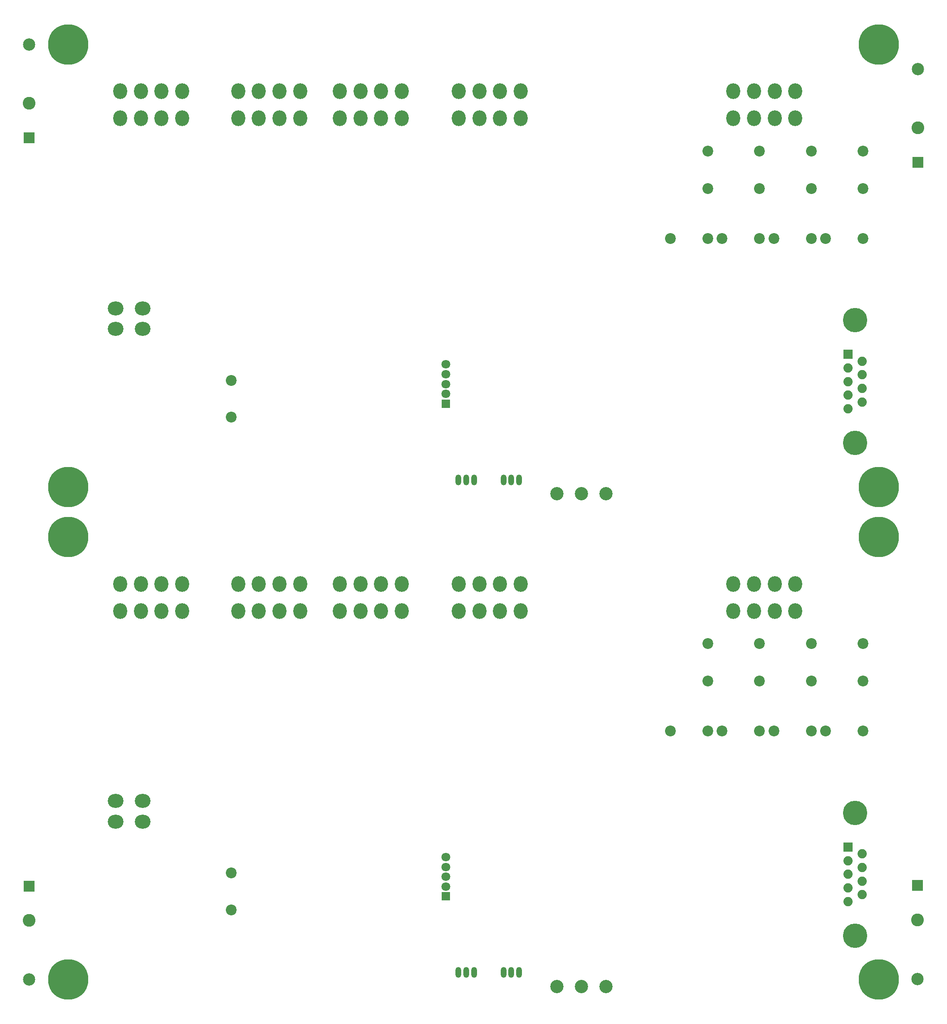
<source format=gbs>
%FSLAX44Y44*%
%MOMM*%
G71*
G01*
G75*
G04 Layer_Color=16711935*
%ADD10C,1.5000*%
%ADD11R,5.2500X1.0000*%
%ADD12R,1.0000X0.9000*%
%ADD13R,0.9000X1.0000*%
%ADD14R,1.3000X0.6000*%
%ADD15R,2.0000X2.2000*%
%ADD16R,1.0000X1.6000*%
%ADD17R,1.8000X1.6000*%
%ADD18R,4.0000X3.0000*%
%ADD19R,10.4000X10.5000*%
%ADD20R,3.5000X1.1000*%
%ADD21R,5.0000X3.0000*%
%ADD22R,1.5000X1.0000*%
%ADD23R,5.7000X2.5000*%
%ADD24R,1.6000X3.0000*%
%ADD25R,2.5000X5.7000*%
%ADD26R,1.0000X1.5000*%
%ADD27R,3.2000X1.6000*%
%ADD28R,0.9000X1.5000*%
%ADD29R,0.6800X1.3000*%
%ADD30R,6.2300X5.2500*%
%ADD31R,10.3000X5.2500*%
%ADD32R,1.6000X0.5000*%
%ADD33R,0.5000X1.6000*%
%ADD34R,2.2000X2.0000*%
%ADD35R,2.1000X1.8500*%
%ADD36R,1.5000X0.9000*%
%ADD37R,1.5000X1.3000*%
G04:AMPARAMS|DCode=38|XSize=2mm|YSize=3.4mm|CornerRadius=0mm|HoleSize=0mm|Usage=FLASHONLY|Rotation=180.000|XOffset=0mm|YOffset=0mm|HoleType=Round|Shape=Octagon|*
%AMOCTAGOND38*
4,1,8,0.5000,-1.7000,-0.5000,-1.7000,-1.0000,-1.2000,-1.0000,1.2000,-0.5000,1.7000,0.5000,1.7000,1.0000,1.2000,1.0000,-1.2000,0.5000,-1.7000,0.0*
%
%ADD38OCTAGOND38*%

%ADD39R,0.6000X1.6000*%
%ADD40R,0.7000X2.0000*%
%ADD41R,4.6000X4.7000*%
%ADD42R,0.6000X0.9000*%
%ADD43C,0.6000*%
%ADD44C,0.5000*%
%ADD45C,0.4000*%
%ADD46C,1.0000*%
%ADD47C,2.0000*%
%ADD48C,1.2000*%
%ADD49C,1.5000*%
%ADD50C,1.3000*%
%ADD51R,3.8000X1.6000*%
%ADD52R,3.8000X2.0000*%
%ADD53R,10.8000X4.1000*%
%ADD54R,3.6000X2.6000*%
%ADD55R,3.6000X2.4000*%
%ADD56R,3.6000X2.4000*%
%ADD57R,10.7000X4.4000*%
%ADD58R,2.0000X2.0000*%
%ADD59C,2.4000*%
%ADD60C,4.7600*%
%ADD61R,1.6900X1.6900*%
%ADD62C,1.6900*%
%ADD63C,2.5000*%
%ADD64C,2.0000*%
%ADD65R,1.6000X1.6000*%
%ADD66C,1.6000*%
%ADD67O,2.6000X3.0000*%
%ADD68O,3.0000X2.6000*%
%ADD69C,8.0000*%
%ADD70O,1.0000X2.0000*%
%ADD71O,1.0000X2.0000*%
%ADD72C,1.2700*%
%ADD73C,1.2000*%
%ADD74C,1.0000*%
%ADD75R,8.3000X3.0000*%
%ADD76R,11.4000X5.8000*%
%ADD77R,11.3000X5.8000*%
%ADD78R,8.7000X3.0000*%
%ADD79R,7.8000X6.1000*%
%ADD80R,8.2000X3.4000*%
%ADD81R,8.8000X2.5000*%
%ADD82R,5.0000X5.6000*%
%ADD83R,2.1000X14.7000*%
%ADD84R,1.9000X15.7000*%
%ADD85R,5.2000X5.1000*%
%ADD86R,5.2000X9.5000*%
%ADD87R,12.2000X5.4000*%
%ADD88R,11.0000X4.2000*%
%ADD89R,3.7000X0.8000*%
%ADD90R,5.5000X0.6000*%
%ADD91R,1.6000X0.3000*%
%ADD92C,0.2000*%
%ADD93C,0.2500*%
%ADD94C,0.2540*%
%ADD95C,0.1500*%
%ADD96R,0.9000X0.6000*%
%ADD97C,1.7000*%
%ADD98R,5.4500X1.2000*%
%ADD99R,1.2000X1.1000*%
%ADD100R,1.1000X1.2000*%
%ADD101R,1.5000X0.8000*%
%ADD102R,2.2000X2.4000*%
%ADD103R,1.2000X1.8000*%
%ADD104R,2.0000X1.8000*%
%ADD105R,4.2000X3.2000*%
%ADD106R,10.6000X10.7000*%
%ADD107R,3.7000X1.3000*%
%ADD108R,5.2000X3.2000*%
%ADD109R,1.7000X1.2000*%
%ADD110R,5.9000X2.7000*%
%ADD111R,1.8000X3.2000*%
%ADD112R,2.7000X5.9000*%
%ADD113R,1.2000X1.7000*%
%ADD114R,3.4000X1.8000*%
%ADD115R,1.1000X1.7000*%
%ADD116R,0.8800X1.5000*%
%ADD117R,6.4300X5.4500*%
%ADD118R,10.5000X5.4500*%
%ADD119R,1.8000X0.7000*%
%ADD120R,0.7000X1.8000*%
%ADD121R,2.4000X2.2000*%
%ADD122R,2.3000X2.0500*%
%ADD123R,1.7000X1.1000*%
%ADD124R,1.7000X1.5000*%
G04:AMPARAMS|DCode=125|XSize=2.2mm|YSize=3.6mm|CornerRadius=0mm|HoleSize=0mm|Usage=FLASHONLY|Rotation=180.000|XOffset=0mm|YOffset=0mm|HoleType=Round|Shape=Octagon|*
%AMOCTAGOND125*
4,1,8,0.5500,-1.8000,-0.5500,-1.8000,-1.1000,-1.2500,-1.1000,1.2500,-0.5500,1.8000,0.5500,1.8000,1.1000,1.2500,1.1000,-1.2500,0.5500,-1.8000,0.0*
%
%ADD125OCTAGOND125*%

%ADD126R,0.8000X1.8000*%
%ADD127R,0.9000X2.2000*%
%ADD128R,0.8000X1.1000*%
%ADD129C,1.9000*%
%ADD130R,4.7500X4.8500*%
%ADD131R,0.7500X1.0500*%
%ADD132R,2.2032X2.2032*%
%ADD133C,2.6032*%
%ADD134C,2.5000*%
%ADD135C,4.9600*%
%ADD136R,1.8900X1.8900*%
%ADD137C,1.8900*%
%ADD138C,2.7000*%
%ADD139C,2.2000*%
%ADD140R,1.8000X1.8000*%
%ADD141C,1.8000*%
%ADD142O,2.8000X3.2000*%
%ADD143O,3.2000X2.8000*%
%ADD144C,8.2000*%
%ADD145O,1.2000X2.2000*%
%ADD146O,1.2000X2.2000*%
D132*
X-30000Y1762000D02*
D03*
X1780000Y1712000D02*
D03*
X1779000Y241000D02*
D03*
X-30000Y240000D02*
D03*
D133*
Y1832001D02*
D03*
X1780000Y1782001D02*
D03*
X1779000Y171000D02*
D03*
X-30000Y170000D02*
D03*
D134*
Y1952000D02*
D03*
X1780000Y1902000D02*
D03*
X1779000Y51000D02*
D03*
X-30000Y50000D02*
D03*
D135*
X1652000Y139050D02*
D03*
Y388950D02*
D03*
Y1141050D02*
D03*
Y1390950D02*
D03*
D136*
X1637800Y319400D02*
D03*
Y1321400D02*
D03*
D137*
X1666200Y305550D02*
D03*
X1637800Y291700D02*
D03*
X1666200Y277850D02*
D03*
X1637800Y264000D02*
D03*
X1666200Y250150D02*
D03*
X1637800Y236300D02*
D03*
X1666200Y222450D02*
D03*
X1637800Y208600D02*
D03*
X1666200Y1307550D02*
D03*
X1637800Y1293700D02*
D03*
X1666200Y1279850D02*
D03*
X1637800Y1266000D02*
D03*
X1666200Y1252150D02*
D03*
X1637800Y1238300D02*
D03*
X1666200Y1224450D02*
D03*
X1637800Y1210600D02*
D03*
D138*
X1095000Y36000D02*
D03*
X1045000D02*
D03*
X1145000D02*
D03*
X1095000Y1038000D02*
D03*
X1045000D02*
D03*
X1145000D02*
D03*
D139*
X382000Y266500D02*
D03*
Y191500D02*
D03*
X1352100Y732900D02*
D03*
X1275900Y555100D02*
D03*
X1352100D02*
D03*
Y656700D02*
D03*
X1457433Y732900D02*
D03*
X1381233Y555100D02*
D03*
X1457433D02*
D03*
Y656700D02*
D03*
X1562767Y732900D02*
D03*
X1486567Y555100D02*
D03*
X1562767D02*
D03*
Y656700D02*
D03*
X1668100Y732900D02*
D03*
X1591900Y555100D02*
D03*
X1668100D02*
D03*
Y656700D02*
D03*
X382000Y1268500D02*
D03*
Y1193500D02*
D03*
X1352100Y1734900D02*
D03*
X1275900Y1557100D02*
D03*
X1352100D02*
D03*
Y1658700D02*
D03*
X1457433Y1734900D02*
D03*
X1381233Y1557100D02*
D03*
X1457433D02*
D03*
Y1658700D02*
D03*
X1562767Y1734900D02*
D03*
X1486567Y1557100D02*
D03*
X1562767D02*
D03*
Y1658700D02*
D03*
X1668100Y1734900D02*
D03*
X1591900Y1557100D02*
D03*
X1668100D02*
D03*
Y1658700D02*
D03*
D140*
X819000Y219000D02*
D03*
Y1221000D02*
D03*
D141*
Y239000D02*
D03*
Y299000D02*
D03*
Y279000D02*
D03*
Y259000D02*
D03*
Y1241000D02*
D03*
Y1301000D02*
D03*
Y1281000D02*
D03*
Y1261000D02*
D03*
D142*
X687000Y854500D02*
D03*
Y799500D02*
D03*
X729000Y854500D02*
D03*
Y799500D02*
D03*
X645000Y854500D02*
D03*
Y799500D02*
D03*
X603000Y854500D02*
D03*
Y799500D02*
D03*
X240000Y854500D02*
D03*
Y799500D02*
D03*
X282000Y854500D02*
D03*
Y799500D02*
D03*
X198000Y854500D02*
D03*
Y799500D02*
D03*
X156000Y854500D02*
D03*
Y799500D02*
D03*
X929000Y854500D02*
D03*
Y799500D02*
D03*
X971000Y854500D02*
D03*
Y799500D02*
D03*
X887000Y854500D02*
D03*
Y799500D02*
D03*
X845000Y854500D02*
D03*
Y799500D02*
D03*
X480000Y854500D02*
D03*
Y799500D02*
D03*
X522000Y854500D02*
D03*
Y799500D02*
D03*
X438000Y854500D02*
D03*
Y799500D02*
D03*
X396000Y854500D02*
D03*
Y799500D02*
D03*
X1488000Y854500D02*
D03*
Y799500D02*
D03*
X1530000Y854500D02*
D03*
Y799500D02*
D03*
X1446000Y854500D02*
D03*
Y799500D02*
D03*
X1404000Y854500D02*
D03*
Y799500D02*
D03*
X687000Y1856500D02*
D03*
Y1801500D02*
D03*
X729000Y1856500D02*
D03*
Y1801500D02*
D03*
X645000Y1856500D02*
D03*
Y1801500D02*
D03*
X603000Y1856500D02*
D03*
Y1801500D02*
D03*
X240000Y1856500D02*
D03*
Y1801500D02*
D03*
X282000Y1856500D02*
D03*
Y1801500D02*
D03*
X198000Y1856500D02*
D03*
Y1801500D02*
D03*
X156000Y1856500D02*
D03*
Y1801500D02*
D03*
X929000Y1856500D02*
D03*
Y1801500D02*
D03*
X971000Y1856500D02*
D03*
Y1801500D02*
D03*
X887000Y1856500D02*
D03*
Y1801500D02*
D03*
X845000Y1856500D02*
D03*
Y1801500D02*
D03*
X480000Y1856500D02*
D03*
Y1801500D02*
D03*
X522000Y1856500D02*
D03*
Y1801500D02*
D03*
X438000Y1856500D02*
D03*
Y1801500D02*
D03*
X396000Y1856500D02*
D03*
Y1801500D02*
D03*
X1488000Y1856500D02*
D03*
Y1801500D02*
D03*
X1530000Y1856500D02*
D03*
Y1801500D02*
D03*
X1446000Y1856500D02*
D03*
Y1801500D02*
D03*
X1404000Y1856500D02*
D03*
Y1801500D02*
D03*
D143*
X146500Y371000D02*
D03*
X201500D02*
D03*
Y413000D02*
D03*
X146500D02*
D03*
Y1373000D02*
D03*
X201500D02*
D03*
Y1415000D02*
D03*
X146500D02*
D03*
D144*
X1700000Y950000D02*
D03*
X50000D02*
D03*
Y50000D02*
D03*
X1700000D02*
D03*
Y1952000D02*
D03*
X50000D02*
D03*
Y1052000D02*
D03*
X1700000D02*
D03*
D145*
X876000Y64000D02*
D03*
X844000D02*
D03*
X936000D02*
D03*
X968000D02*
D03*
X876000Y1066000D02*
D03*
X844000D02*
D03*
X936000D02*
D03*
X968000D02*
D03*
D146*
X860000Y64000D02*
D03*
X952000D02*
D03*
X860000Y1066000D02*
D03*
X952000D02*
D03*
M02*

</source>
